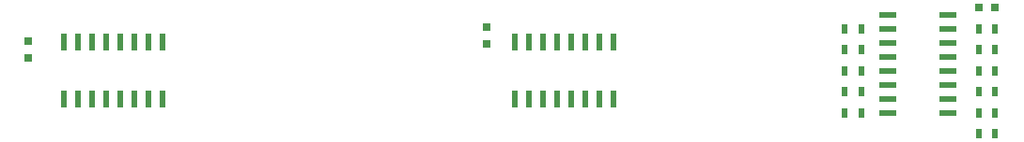
<source format=gbr>
G04 #@! TF.FileFunction,Paste,Top*
%FSLAX46Y46*%
G04 Gerber Fmt 4.6, Leading zero omitted, Abs format (unit mm)*
G04 Created by KiCad (PCBNEW 4.0.4-stable) date 05/18/17 20:07:39*
%MOMM*%
%LPD*%
G01*
G04 APERTURE LIST*
%ADD10C,0.100000*%
%ADD11R,0.600000X1.500000*%
%ADD12R,0.800000X0.750000*%
%ADD13R,0.500000X0.900000*%
%ADD14R,1.500000X0.550000*%
%ADD15R,0.750000X0.800000*%
G04 APERTURE END LIST*
D10*
D11*
X104775000Y45780000D03*
X104775000Y40580000D03*
X106045000Y45780000D03*
X106045000Y40580000D03*
X107315000Y45780000D03*
X107315000Y40580000D03*
X108585000Y45780000D03*
X108585000Y40580000D03*
X109855000Y45780000D03*
X109855000Y40580000D03*
X111125000Y45780000D03*
X111125000Y40580000D03*
X112395000Y45780000D03*
X112395000Y40580000D03*
X113665000Y45780000D03*
X113665000Y40580000D03*
X64135000Y45780000D03*
X64135000Y40580000D03*
X65405000Y45780000D03*
X65405000Y40580000D03*
X66675000Y45780000D03*
X66675000Y40580000D03*
X67945000Y45780000D03*
X67945000Y40580000D03*
X69215000Y45780000D03*
X69215000Y40580000D03*
X70485000Y45780000D03*
X70485000Y40580000D03*
X71755000Y45780000D03*
X71755000Y40580000D03*
X73025000Y45780000D03*
X73025000Y40580000D03*
D12*
X148070000Y48895000D03*
X146570000Y48895000D03*
D13*
X134505000Y43180000D03*
X136005000Y43180000D03*
X134505000Y39370000D03*
X136005000Y39370000D03*
X148070000Y39370000D03*
X146570000Y39370000D03*
X148070000Y43180000D03*
X146570000Y43180000D03*
X134505000Y45085000D03*
X136005000Y45085000D03*
X134505000Y41275000D03*
X136005000Y41275000D03*
X148070000Y37465000D03*
X146570000Y37465000D03*
X148070000Y41275000D03*
X146570000Y41275000D03*
D14*
X143830000Y48260000D03*
X138430000Y48260000D03*
X143830000Y46990000D03*
X138430000Y46990000D03*
X143830000Y45720000D03*
X138430000Y45720000D03*
X143830000Y44450000D03*
X138430000Y44450000D03*
X143830000Y43180000D03*
X138430000Y43180000D03*
X143830000Y41910000D03*
X138430000Y41910000D03*
X143830000Y40640000D03*
X138430000Y40640000D03*
X143830000Y39370000D03*
X138430000Y39370000D03*
D13*
X148070000Y45085000D03*
X146570000Y45085000D03*
X148070000Y46990000D03*
X146570000Y46990000D03*
X134505000Y46990000D03*
X136005000Y46990000D03*
D15*
X102235000Y47105000D03*
X102235000Y45605000D03*
X60960000Y45835000D03*
X60960000Y44335000D03*
M02*

</source>
